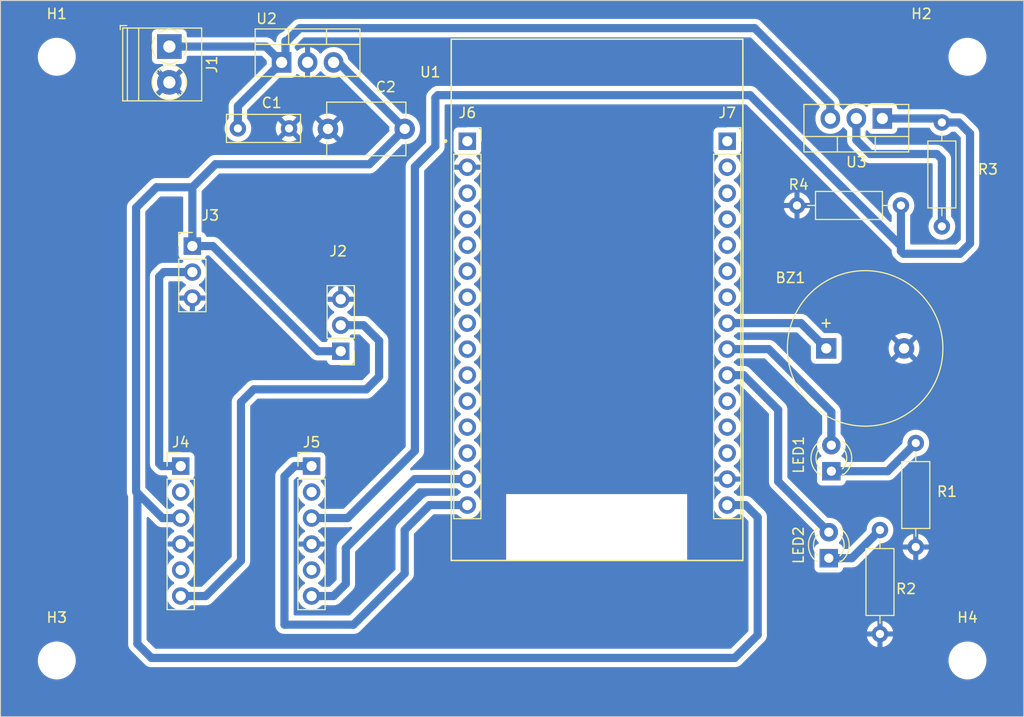
<source format=kicad_pcb>
(kicad_pcb (version 20240108) (generator "pcbnew") (generator_version "8.0")
  (layers (0 "F.Cu" signal) (31 "B.Cu" signal) (34 "B.Paste" user) (35 "F.Paste" user) (36 "B.SilkS" user "B.Silkscreen") (37 "F.SilkS" user "F.Silkscreen") (38 "B.Mask" user) (39 "F.Mask" user) (44 "Edge.Cuts" user))
  (net 0 "")
  (net 1 "Buzzer")
  (net 2 "Earth")
  (net 3 "LED1")
  (net 4 "LED2")
  (net 5 "MQ2 Signal")
  (net 6 "/LED1 K")
  (net 7 "/LED2 K")
  (net 8 "/LM317 Vo")
  (net 9 "+9V")
  (net 10 "IR Signal")
  (net 11 "5V")
  (net 38 "3,3V")
  (net 39 "IR In")
  (net 40 "MQ2 In")
  (footprint "MountingHole:MountingHole_3.2mm_M3" (layer "F.Cu") (at 124.5 35.5)
    (property "Reference" "H2" (at -4.5 -4.2 0) (layer "F.SilkS"))
    (property "Value" "MountingHole")
    (pad "" np_thru_hole circle (at 0 0) (size 3.2 3.2) (drill 3.2) (layers "*.Cu" "*.Mask"))
  )
  (footprint "Resistor_THT:R_Axial_DIN0207_L6.3mm_D2.5mm_P10.16mm_Horizontal" (layer "F.Cu") (at 122 52.08 90)
    (property "Reference" "R3" (at 5.58 4.5 180) (layer "F.SilkS"))
    (property "Value" "1k")
    (fp_line (start 8.35 -1.37) (end 1.81 -1.37) (stroke (width 0.12)) (layer "F.SilkS"))
    (fp_line (start 1.81 -1.37) (end 1.81 1.37) (stroke (width 0.12)) (layer "F.SilkS"))
    (fp_line (start 9.12 0) (end 8.35 0) (stroke (width 0.12)) (layer "F.SilkS"))
    (fp_line (start 1.04 0) (end 1.81 0) (stroke (width 0.12)) (layer "F.SilkS"))
    (fp_line (start 8.35 1.37) (end 8.35 -1.37) (stroke (width 0.12)) (layer "F.SilkS"))
    (fp_line (start 1.81 1.37) (end 8.35 1.37) (stroke (width 0.12)) (layer "F.SilkS"))
    (pad "1" thru_hole circle (at 0 0 90) (size 1.6 1.6) (drill 0.8) (layers "*.Cu" "*.Mask") (net 8 "/LM317 Vo"))
    (pad "2" thru_hole oval (at 10.16 0 90) (size 1.6 1.6) (drill 0.8) (layers "*.Cu" "*.Mask") (net 38 "3,3V"))
  )
  (footprint "Connector_PinSocket_2.54mm:PinSocket_1x15_P2.54mm_Vertical" (layer "F.Cu") (at 101.025 43.75)
    (property "Reference" "J7" (at 0 -2.77 0) (layer "F.SilkS"))
    (property "Value" "Conn_01x15_Socket" (hide yes))
    (fp_line (start -1.33 1.27) (end -1.33 36.89) (stroke (width 0.12)) (layer "F.SilkS"))
    (fp_line (start -1.33 1.27) (end 1.33 1.27) (stroke (width 0.12)) (layer "F.SilkS"))
    (fp_line (start -1.33 36.89) (end 1.33 36.89) (stroke (width 0.12)) (layer "F.SilkS"))
    (fp_line (start 0 -1.33) (end 1.33 -1.33) (stroke (width 0.12)) (layer "F.SilkS"))
    (fp_line (start 1.33 -1.33) (end 1.33 0) (stroke (width 0.12)) (layer "F.SilkS"))
    (fp_line (start 1.33 1.27) (end 1.33 36.89) (stroke (width 0.12)) (layer "F.SilkS"))
    (pad "1" thru_hole rect (at 0 0) (size 1.7 1.7) (drill 1) (layers "*.Cu" "*.Mask"))
    (pad "2" thru_hole oval (at 0 2.54) (size 1.7 1.7) (drill 1) (layers "*.Cu" "*.Mask"))
    (pad "3" thru_hole oval (at 0 5.08) (size 1.7 1.7) (drill 1) (layers "*.Cu" "*.Mask"))
    (pad "4" thru_hole oval (at 0 7.62) (size 1.7 1.7) (drill 1) (layers "*.Cu" "*.Mask"))
    (pad "5" thru_hole oval (at 0 10.16) (size 1.7 1.7) (drill 1) (layers "*.Cu" "*.Mask"))
    (pad "6" thru_hole oval (at 0 12.7) (size 1.7 1.7) (drill 1) (layers "*.Cu" "*.Mask"))
    (pad "7" thru_hole oval (at 0 15.24) (size 1.7 1.7) (drill 1) (layers "*.Cu" "*.Mask"))
    (pad "8" thru_hole oval (at 0 17.78) (size 1.7 1.7) (drill 1) (layers "*.Cu" "*.Mask") (net 1 "Buzzer"))
    (pad "9" thru_hole oval (at 0 20.32) (size 1.7 1.7) (drill 1) (layers "*.Cu" "*.Mask") (net 3 "LED1"))
    (pad "10" thru_hole oval (at 0 22.86) (size 1.7 1.7) (drill 1) (layers "*.Cu" "*.Mask") (net 4 "LED2"))
    (pad "11" thru_hole oval (at 0 25.4) (size 1.7 1.7) (drill 1) (layers "*.Cu" "*.Mask"))
    (pad "12" thru_hole oval (at 0 27.94) (size 1.7 1.7) (drill 1) (layers "*.Cu" "*.Mask"))
    (pad "13" thru_hole oval (at 0 30.48) (size 1.7 1.7) (drill 1) (layers "*.Cu" "*.Mask"))
    (pad "14" thru_hole oval (at 0 33.02) (size 1.7 1.7) (drill 1) (layers "*.Cu" "*.Mask") (net 2 "Earth"))
    (pad "15" thru_hole oval (at 0 35.56) (size 1.7 1.7) (drill 1) (layers "*.Cu" "*.Mask") (net 11 "5V"))
  )
  (footprint "Connector_PinHeader_2.54mm:PinHeader_1x03_P2.54mm_Vertical" (layer "F.Cu") (at 63.25 64.275 180)
    (property "Reference" "J2" (at 0.25 9.775 0) (layer "F.SilkS"))
    (property "Value" "MQ2 Conn")
    (fp_line (start 1.33 1.27) (end 1.33 6.41) (stroke (width 0.12)) (layer "F.SilkS"))
    (fp_line (start -1.33 6.41) (end 1.33 6.41) (stroke (width 0.12)) (layer "F.SilkS"))
    (fp_line (start -1.33 1.27) (end 1.33 1.27) (stroke (width 0.12)) (layer "F.SilkS"))
    (fp_line (start -1.33 1.27) (end -1.33 6.41) (stroke (width 0.12)) (layer "F.SilkS"))
    (fp_line (start -1.33 0) (end -1.33 -1.33) (stroke (width 0.12)) (layer "F.SilkS"))
    (fp_line (start -1.33 -1.33) (end 0 -1.33) (stroke (width 0.12)) (layer "F.SilkS"))
    (pad "1" thru_hole rect (at 0 0 180) (size 1.7 1.7) (drill 1) (layers "*.Cu" "*.Mask") (net 11 "5V"))
    (pad "2" thru_hole oval (at 0 2.54 180) (size 1.7 1.7) (drill 1) (layers "*.Cu" "*.Mask") (net 5 "MQ2 Signal"))
    (pad "3" thru_hole oval (at 0 5.08 180) (size 1.7 1.7) (drill 1) (layers "*.Cu" "*.Mask") (net 2 "Earth"))
  )
  (footprint "TerminalBlock_Phoenix:TerminalBlock_Phoenix_PT-1,5-2-3.5-H_1x02_P3.50mm_Horizontal" (layer "F.Cu") (at 46.5 34.5 -90)
    (property "Reference" "J1" (at 1.75 -4.16 90) (layer "F.SilkS"))
    (property "Value" "Alimentación" (hide yes))
    (fp_line (start -2.05 4.8) (end -1.65 4.8) (stroke (width 0.12)) (layer "F.SilkS"))
    (fp_line (start -1.81 4.56) (end 5.31 4.56) (stroke (width 0.12)) (layer "F.SilkS"))
    (fp_line (start -2.05 4.16) (end -2.05 4.8) (stroke (width 0.12)) (layer "F.SilkS"))
    (fp_line (start -1.81 4.1) (end 5.31 4.1) (stroke (width 0.12)) (layer "F.SilkS"))
    (fp_line (start -1.81 3) (end 5.31 3) (stroke (width 0.12)) (layer "F.SilkS"))
    (fp_line (start 2.525 1.181) (end 2.431 1.274) (stroke (width 0.12)) (layer "F.SilkS"))
    (fp_line (start 2.355 0.941) (end 2.226 1.069) (stroke (width 0.12)) (layer "F.SilkS"))
    (fp_line (start 4.775 -1.069) (end 4.646 -0.941) (stroke (width 0.12)) (layer "F.SilkS"))
    (fp_line (start 4.57 -1.275) (end 4.476 -1.181) (stroke (width 0.12)) (layer "F.SilkS"))
    (fp_line (start -1.81 -3.16) (end -1.81 4.56) (stroke (width 0.12)) (layer "F.SilkS"))
    (fp_line (start -1.81 -3.16) (end 5.31 -3.16) (stroke (width 0.12)) (layer "F.SilkS"))
    (fp_line (start 5.31 -3.16) (end 5.31 4.56) (stroke (width 0.12)) (layer "F.SilkS"))
    (fp_arc (start 0.028674 1.680099) (mid -0.435535 1.622918) (end -0.866 1.44) (stroke (width 0.12)) (layer "F.SilkS"))
    (fp_arc (start 0.890264 1.424721) (mid 0.463071 1.61492) (end 0 1.68) (stroke (width 0.12)) (layer "F.SilkS"))
    (fp_arc (start -1.425358 0.889894) (mid -1.680286 0.014012) (end -1.44 -0.866) (stroke (width 0.12)) (layer "F.SilkS"))
    (fp_arc (start 1.425504 -0.890193) (mid 1.680626 0.000476) (end 1.425 0.891) (stroke (width 0.12)) (layer "F.SilkS"))
    (fp_arc (start -0.889894 -1.425358) (mid -0.014012 -1.680286) (end 0.866 -1.44) (stroke (width 0.12)) (layer "F.SilkS"))
    (fp_circle (center 3.5 0) (end 5.18 0) (stroke (width 0.12)) (fill none) (layer "F.SilkS"))
    (pad "1" thru_hole rect (at 0 0 270) (size 2.4 2.4) (drill 1.2) (layers "*.Cu" "*.Mask") (net 9 "+9V"))
    (pad "2" thru_hole circle (at 3.5 0 270) (size 2.4 2.4) (drill 1.2) (layers "*.Cu" "*.Mask") (net 2 "Earth"))
  )
  (footprint "LED_THT:LED_D3.0mm" (layer "F.Cu") (at 111.2 76 90)
    (property "Reference" "LED1" (at 1.6 -3.2 90) (layer "F.SilkS"))
    (property "Value" "Rojo")
    (fp_line (start -0.29 -1.236) (end -0.29 -1.08) (stroke (width 0.12)) (layer "F.SilkS"))
    (fp_line (start -0.29 1.08) (end -0.29 1.236) (stroke (width 0.12)) (layer "F.SilkS"))
    (fp_arc (start -0.29 -1.235516) (mid 1.366487 -1.987659) (end 2.942335 -1.078608) (stroke (width 0.12)) (layer "F.SilkS"))
    (fp_arc (start 0.229039 -1.08) (mid 1.270117 -1.5) (end 2.31113 -1.079837) (stroke (width 0.12)) (layer "F.SilkS"))
    (fp_arc (start 2.942335 1.078608) (mid 1.366487 1.987659) (end -0.29 1.235516) (stroke (width 0.12)) (layer "F.SilkS"))
    (fp_arc (start 2.31113 1.079837) (mid 1.270117 1.5) (end 0.229039 1.08) (stroke (width 0.12)) (layer "F.SilkS"))
    (pad "1" thru_hole rect (at 0 0 90) (size 1.8 1.8) (drill 0.9) (layers "*.Cu" "*.Mask") (net 6 "/LED1 K"))
    (pad "2" thru_hole circle (at 2.54 0 90) (size 1.8 1.8) (drill 0.9) (layers "*.Cu" "*.Mask") (net 3 "LED1"))
  )
  (footprint "Connector_PinHeader_2.54mm:PinHeader_1x06_P2.54mm_Vertical" (layer "F.Cu") (at 60.4 75.5)
    (property "Reference" "J5" (at 0 -2.33 0) (layer "F.SilkS"))
    (property "Value" "Conn_01x06_Socket" (hide yes))
    (fp_line (start -1.33 -1.33) (end 0 -1.33) (stroke (width 0.12)) (layer "F.SilkS"))
    (fp_line (start -1.33 0) (end -1.33 -1.33) (stroke (width 0.12)) (layer "F.SilkS"))
    (fp_line (start -1.33 1.27) (end -1.33 14.03) (stroke (width 0.12)) (layer "F.SilkS"))
    (fp_line (start -1.33 1.27) (end 1.33 1.27) (stroke (width 0.12)) (layer "F.SilkS"))
    (fp_line (start -1.33 14.03) (end 1.33 14.03) (stroke (width 0.12)) (layer "F.SilkS"))
    (fp_line (start 1.33 1.27) (end 1.33 14.03) (stroke (width 0.12)) (layer "F.SilkS"))
    (pad "1" thru_hole rect (at 0 0) (size 1.7 1.7) (drill 1) (layers "*.Cu" "*.Mask") (net 39 "IR In"))
    (pad "2" thru_hole oval (at 0 2.54) (size 1.7 1.7) (drill 1) (layers "*.Cu" "*.Mask"))
    (pad "3" thru_hole oval (at 0 5.08) (size 1.7 1.7) (drill 1) (layers "*.Cu" "*.Mask") (net 38 "3,3V"))
    (pad "4" thru_hole oval (at 0 7.62) (size 1.7 1.7) (drill 1) (layers "*.Cu" "*.Mask") (net 2 "Earth"))
    (pad "5" thru_hole oval (at 0 10.16) (size 1.7 1.7) (drill 1) (layers "*.Cu" "*.Mask"))
    (pad "6" thru_hole oval (at 0 12.7) (size 1.7 1.7) (drill 1) (layers "*.Cu" "*.Mask") (net 40 "MQ2 In"))
  )
  (footprint "MountingHole:MountingHole_3.2mm_M3" (layer "F.Cu") (at 124.5 94.5)
    (property "Reference" "H4" (at 0 -4.2 0) (layer "F.SilkS"))
    (property "Value" "MountingHole")
    (pad "" np_thru_hole circle (at 0 0) (size 3.2 3.2) (drill 3.2) (layers "*.Cu" "*.Mask"))
  )
  (footprint "Capacitor_THT:C_Disc_D7.0mm_W2.5mm_P5.00mm" (layer "F.Cu") (at 53.2 42.5)
    (property "Reference" "C1" (at 3.3 -2.5 0) (layer "F.SilkS"))
    (property "Value" "0,22uF")
    (fp_line (start -1.12 -1.37) (end -1.12 1.37) (stroke (width 0.12)) (layer "F.SilkS"))
    (fp_line (start -1.12 -1.37) (end 6.12 -1.37) (stroke (width 0.12)) (layer "F.SilkS"))
    (fp_line (start -1.12 1.37) (end 6.12 1.37) (stroke (width 0.12)) (layer "F.SilkS"))
    (fp_line (start 6.12 -1.37) (end 6.12 1.37) (stroke (width 0.12)) (layer "F.SilkS"))
    (pad "1" thru_hole circle (at 0 0) (size 1.6 1.6) (drill 0.8) (layers "*.Cu" "*.Mask") (net 9 "+9V"))
    (pad "2" thru_hole circle (at 5 0) (size 1.6 1.6) (drill 0.8) (layers "*.Cu" "*.Mask") (net 2 "Earth"))
  )
  (footprint "LED_THT:LED_D3.0mm" (layer "F.Cu") (at 110.95 84.5 90)
    (property "Reference" "LED2" (at 1.27 -2.96 90) (layer "F.SilkS"))
    (property "Value" "Verde")
    (fp_line (start -0.29 -1.236) (end -0.29 -1.08) (stroke (width 0.12)) (layer "F.SilkS"))
    (fp_line (start -0.29 1.08) (end -0.29 1.236) (stroke (width 0.12)) (layer "F.SilkS"))
    (fp_arc (start -0.29 -1.235516) (mid 1.366487 -1.987659) (end 2.942335 -1.078608) (stroke (width 0.12)) (layer "F.SilkS"))
    (fp_arc (start 0.229039 -1.08) (mid 1.270117 -1.5) (end 2.31113 -1.079837) (stroke (width 0.12)) (layer "F.SilkS"))
    (fp_arc (start 2.942335 1.078608) (mid 1.366487 1.987659) (end -0.29 1.235516) (stroke (width 0.12)) (layer "F.SilkS"))
    (fp_arc (start 2.31113 1.079837) (mid 1.270117 1.5) (end 0.229039 1.08) (stroke (width 0.12)) (layer "F.SilkS"))
    (pad "1" thru_hole rect (at 0 0 90) (size 1.8 1.8) (drill 0.9) (layers "*.Cu" "*.Mask") (net 7 "/LED2 K"))
    (pad "2" thru_hole circle (at 2.54 0 90) (size 1.8 1.8) (drill 0.9) (layers "*.Cu" "*.Mask") (net 4 "LED2"))
  )
  (footprint "ESP32-DEVKIT-V1:MODULE_ESP32_DEVKIT_V1" (layer "F.Cu") (at 88.325 59.25)
    (property "Reference" "U1" (at -16.325 -22.25 0) (layer "F.SilkS"))
    (property "Value" "ESP32-DEVKIT-V1")
    (fp_line (start -14.28 -25.475) (end -3.211 -25.475) (stroke (width 0.127)) (layer "F.SilkS"))
    (fp_line (start -14.28 -25.475) (end 14.23 -25.475) (stroke (width 0.127)) (layer "F.SilkS"))
    (fp_line (start -14.28 25.475) (end -14.28 -25.475) (stroke (width 0.127)) (layer "F.SilkS"))
    (fp_line (start -14.28 25.475) (end -14.28 -25.475) (stroke (width 0.127)) (layer "F.SilkS"))
    (fp_line (start -14.28 25.475) (end -8.91 25.475) (stroke (width 0.127)) (layer "F.SilkS"))
    (fp_line (start -8.91 25.475) (end 8.78 25.475) (stroke (width 0.127)) (layer "F.SilkS"))
    (fp_line (start -3.211 -25.475) (end 3.5 -25.475) (stroke (width 0.127)) (layer "F.SilkS"))
    (fp_line (start 3.5 -25.475) (end 14.23 -25.475) (stroke (width 0.127)) (layer "F.SilkS"))
    (fp_line (start 8.78 25.475) (end 14.23 25.475) (stroke (width 0.127)) (layer "F.SilkS"))
    (fp_line (start 14.23 -25.475) (end 14.23 25.475) (stroke (width 0.127)) (layer "F.SilkS"))
    (fp_line (start 14.23 -25.475) (end 14.23 25.475) (stroke (width 0.127)) (layer "F.SilkS"))
    (fp_line (start 14.23 25.475) (end -14.28 25.475) (stroke (width 0.127)) (layer "F.SilkS"))
    (fp_circle (center -14.85 -15.515) (end -14.75 -15.515) (stroke (width 0.2)) (fill none) (layer "F.SilkS"))
    (zone (net 0) (net_name "") (layer "B.Cu") (connect_pads (clearance 0)) (min_thickness 0.01)
      (keepout (tracks not_allowed) (vias not_allowed) (pads not_allowed) (copperpour not_allowed) (footprints allowed))
      (fill (thermal_gap 0.508) (thermal_bridge_width 0.508))
      (polygon (pts (xy 79.415 78.235) (xy 97.105 78.235) (xy 97.105 84.725) (xy 79.415 84.725)))
    )
  )
  (footprint "Resistor_THT:R_Axial_DIN0207_L6.3mm_D2.5mm_P10.16mm_Horizontal" (layer "F.Cu") (at 119.45 73.25 -90)
    (property "Reference" "R1" (at 4.75 -3.05 180) (layer "F.SilkS"))
    (property "Value" "115")
    (fp_line (start 1.81 1.37) (end 8.35 1.37) (stroke (width 0.12)) (layer "F.SilkS"))
    (fp_line (start 8.35 1.37) (end 8.35 -1.37) (stroke (width 0.12)) (layer "F.SilkS"))
    (fp_line (start 1.04 0) (end 1.81 0) (stroke (width 0.12)) (layer "F.SilkS"))
    (fp_line (start 9.12 0) (end 8.35 0) (stroke (width 0.12)) (layer "F.SilkS"))
    (fp_line (start 1.81 -1.37) (end 1.81 1.37) (stroke (width 0.12)) (layer "F.SilkS"))
    (fp_line (start 8.35 -1.37) (end 1.81 -1.37) (stroke (width 0.12)) (layer "F.SilkS"))
    (pad "1" thru_hole circle (at 0 0 270) (size 1.6 1.6) (drill 0.8) (layers "*.Cu" "*.Mask") (net 6 "/LED1 K"))
    (pad "2" thru_hole oval (at 10.16 0 270) (size 1.6 1.6) (drill 0.8) (layers "*.Cu" "*.Mask") (net 2 "Earth"))
  )
  (footprint "MountingHole:MountingHole_3.2mm_M3" (layer "F.Cu") (at 35.5 94.5)
    (property "Reference" "H3" (at 0 -4.2 0) (layer "F.SilkS"))
    (property "Value" "MountingHole")
    (pad "" np_thru_hole circle (at 0 0) (size 3.2 3.2) (drill 3.2) (layers "*.Cu" "*.Mask"))
  )
  (footprint "Connector_PinSocket_2.54mm:PinSocket_1x15_P2.54mm_Vertical" (layer "F.Cu") (at 75.625 43.75)
    (property "Reference" "J6" (at 0 -2.77 0) (layer "F.SilkS"))
    (property "Value" "Conn_01x15_Socket" (hide yes))
    (fp_line (start -1.33 1.27) (end -1.33 36.89) (stroke (width 0.12)) (layer "F.SilkS"))
    (fp_line (start -1.33 1.27) (end 1.33 1.27) (stroke (width 0.12)) (layer "F.SilkS"))
    (fp_line (start -1.33 36.89) (end 1.33 36.89) (stroke (width 0.12)) (layer "F.SilkS"))
    (fp_line (start 0 -1.33) (end 1.33 -1.33) (stroke (width 0.12)) (layer "F.SilkS"))
    (fp_line (start 1.33 -1.33) (end 1.33 0) (stroke (width 0.12)) (layer "F.SilkS"))
    (fp_line (start 1.33 1.27) (end 1.33 36.89) (stroke (width 0.12)) (layer "F.SilkS"))
    (pad "1" thru_hole rect (at 0 0) (size 1.7 1.7) (drill 1) (layers "*.Cu" "*.Mask"))
    (pad "2" thru_hole oval (at 0 2.54) (size 1.7 1.7) (drill 1) (layers "*.Cu" "*.Mask") (net 2 "Earth"))
    (pad "3" thru_hole oval (at 0 5.08) (size 1.7 1.7) (drill 1) (layers "*.Cu" "*.Mask"))
    (pad "4" thru_hole oval (at 0 7.62) (size 1.7 1.7) (drill 1) (layers "*.Cu" "*.Mask"))
    (pad "5" thru_hole oval (at 0 10.16) (size 1.7 1.7) (drill 1) (layers "*.Cu" "*.Mask"))
    (pad "6" thru_hole oval (at 0 12.7) (size 1.7 1.7) (drill 1) (layers "*.Cu" "*.Mask"))
    (pad "7" thru_hole oval (at 0 15.24) (size 1.7 1.7) (drill 1) (layers "*.Cu" "*.Mask"))
    (pad "8" thru_hole oval (at 0 17.78) (size 1.7 1.7) (drill 1) (layers "*.Cu" "*.Mask"))
    (pad "9" thru_hole oval (at 0 20.32) (size 1.7 1.7) (drill 1) (layers "*.Cu" "*.Mask"))
    (pad "10" thru_hole oval (at 0 22.86) (size 1.7 1.7) (drill 1) (layers "*.Cu" "*.Mask"))
    (pad "11" thru_hole oval (at 0 25.4) (size 1.7 1.7) (drill 1) (layers "*.Cu" "*.Mask"))
    (pad "12" thru_hole oval (at 0 27.94) (size 1.7 1.7) (drill 1) (layers "*.Cu" "*.Mask"))
    (pad "13" thru_hole oval (at 0 30.48) (size 1.7 1.7) (drill 1) (layers "*.Cu" "*.Mask"))
    (pad "14" thru_hole oval (at 0 33.02) (size 1.7 1.7) (drill 1) (layers "*.Cu" "*.Mask") (net 40 "MQ2 In"))
    (pad "15" thru_hole oval (at 0 35.56) (size 1.7 1.7) (drill 1) (layers "*.Cu" "*.Mask") (net 39 "IR In"))
  )
  (footprint "Package_TO_SOT_THT:TO-220-3_Vertical" (layer "F.Cu") (at 116.18 41.53 180)
    (property "Reference" "U3" (at 2.54 -4.27 0) (layer "F.SilkS"))
    (property "Value" "LM317_TO-220")
    (fp_line (start 7.66 -3.27) (end 7.66 1.371) (stroke (width 0.12)) (layer "F.SilkS"))
    (fp_line (start 4.391 -3.27) (end 4.391 -1.76) (stroke (width 0.12)) (layer "F.SilkS"))
    (fp_line (start 0.69 -3.27) (end 0.69 -1.76) (stroke (width 0.12)) (layer "F.SilkS"))
    (fp_line (start -2.58 1.371) (end 7.66 1.371) (stroke (width 0.12)) (layer "F.SilkS"))
    (fp_line (start -2.58 -1.76) (end 7.66 -1.76) (stroke (width 0.12)) (layer "F.SilkS"))
    (fp_line (start -2.58 -3.27) (end 7.66 -3.27) (stroke (width 0.12)) (layer "F.SilkS"))
    (fp_line (start -2.58 -3.27) (end -2.58 1.371) (stroke (width 0.12)) (layer "F.SilkS"))
    (pad "1" thru_hole rect (at 0 0 180) (size 1.905 2) (drill 1.1) (layers "*.Cu" "*.Mask") (net 38 "3,3V"))
    (pad "2" thru_hole oval (at 2.54 0 180) (size 1.905 2) (drill 1.1) (layers "*.Cu" "*.Mask") (net 8 "/LM317 Vo"))
    (pad "3" thru_hole oval (at 5.08 0 180) (size 1.905 2) (drill 1.1) (layers "*.Cu" "*.Mask") (net 9 "+9V"))
  )
  (footprint "Buzzer_Beeper:Buzzer_15x7.5RM7.6" (layer "F.Cu") (at 110.7 64)
    (property "Reference" "BZ1" (at -3.5 -6.9 180) (layer "F.SilkS"))
    (property "Value" "Buzzer")
    (fp_circle (center 3.8 0) (end 11.4 0) (stroke (width 0.12)) (fill none) (layer "F.SilkS"))
    (fp_text user "+" (at -0.01 -2.54 0) (layer "F.SilkS"))
    (pad "1" thru_hole rect (at 0 0) (size 2 2) (drill 1) (layers "*.Cu" "*.Mask") (net 1 "Buzzer"))
    (pad "2" thru_hole circle (at 7.6 0) (size 2 2) (drill 1) (layers "*.Cu" "*.Mask") (net 2 "Earth"))
  )
  (footprint "Capacitor_THT:C_Disc_D7.5mm_W5.0mm_P7.50mm" (layer "F.Cu") (at 69.5 42.55 180)
    (property "Reference" "C2" (at 1.85 4.1 0) (layer "F.SilkS"))
    (property "Value" "0,1uF, ceramic disc")
    (fp_line (start 7.62 1.256) (end 7.62 2.62) (stroke (width 0.12)) (layer "F.SilkS"))
    (fp_line (start 7.62 -2.62) (end 7.62 -1.256) (stroke (width 0.12)) (layer "F.SilkS"))
    (fp_line (start -0.12 2.62) (end 7.62 2.62) (stroke (width 0.12)) (layer "F.SilkS"))
    (fp_line (start -0.12 1.256) (end -0.12 2.62) (stroke (width 0.12)) (layer "F.SilkS"))
    (fp_line (start -0.12 -2.62) (end 7.62 -2.62) (stroke (width 0.12)) (layer "F.SilkS"))
    (fp_line (start -0.12 -2.62) (end -0.12 -1.256) (stroke (width 0.12)) (layer "F.SilkS"))
    (pad "1" thru_hole circle (at 0 0 180) (size 2 2) (drill 1) (layers "*.Cu" "*.Mask") (net 11 "5V"))
    (pad "2" thru_hole circle (at 7.5 0 180) (size 2 2) (drill 1) (layers "*.Cu" "*.Mask") (net 2 "Earth"))
  )
  (footprint "Resistor_THT:R_Axial_DIN0207_L6.3mm_D2.5mm_P10.16mm_Horizontal" (layer "F.Cu") (at 118 50.03 180)
    (property "Reference" "R4" (at 10 2.03 0) (layer "F.SilkS"))
    (property "Value" "1,64k")
    (fp_line (start 9.12 0) (end 8.35 0) (stroke (width 0.12)) (layer "F.SilkS"))
    (fp_line (start 8.35 1.37) (end 8.35 -1.37) (stroke (width 0.12)) (layer "F.SilkS"))
    (fp_line (start 8.35 -1.37) (end 1.81 -1.37) (stroke (width 0.12)) (layer "F.SilkS"))
    (fp_line (start 1.81 1.37) (end 8.35 1.37) (stroke (width 0.12)) (layer "F.SilkS"))
    (fp_line (start 1.81 -1.37) (end 1.81 1.37) (stroke (width 0.12)) (layer "F.SilkS"))
    (fp_line (start 1.04 0) (end 1.81 0) (stroke (width 0.12)) (layer "F.SilkS"))
    (pad "1" thru_hole circle (at 0 0 180) (size 1.6 1.6) (drill 0.8) (layers "*.Cu" "*.Mask") (net 38 "3,3V"))
    (pad "2" thru_hole oval (at 10.16 0 180) (size 1.6 1.6) (drill 0.8) (layers "*.Cu" "*.Mask") (net 2 "Earth"))
  )
  (footprint "Resistor_THT:R_Axial_DIN0207_L6.3mm_D2.5mm_P10.16mm_Horizontal" (layer "F.Cu") (at 115.95 81.75 -90)
    (property "Reference" "R2" (at 5.75 -2.55 180) (layer "F.SilkS"))
    (property "Value" "100")
    (fp_line (start 1.81 1.37) (end 8.35 1.37) (stroke (width 0.12)) (layer "F.SilkS"))
    (fp_line (start 8.35 1.37) (end 8.35 -1.37) (stroke (width 0.12)) (layer "F.SilkS"))
    (fp_line (start 1.04 0) (end 1.81 0) (stroke (width 0.12)) (layer "F.SilkS"))
    (fp_line (start 9.12 0) (end 8.35 0) (stroke (width 0.12)) (layer "F.SilkS"))
    (fp_line (start 1.81 -1.37) (end 1.81 1.37) (stroke (width 0.12)) (layer "F.SilkS"))
    (fp_line (start 8.35 -1.37) (end 1.81 -1.37) (stroke (width 0.12)) (layer "F.SilkS"))
    (pad "1" thru_hole circle (at 0 0 270) (size 1.6 1.6) (drill 0.8) (layers "*.Cu" "*.Mask") (net 7 "/LED2 K"))
    (pad "2" thru_hole oval (at 10.16 0 270) (size 1.6 1.6) (drill 0.8) (layers "*.Cu" "*.Mask") (net 2 "Earth"))
  )
  (footprint "Connector_PinHeader_2.54mm:PinHeader_1x06_P2.54mm_Vertical" (layer "F.Cu") (at 47.61 75.5)
    (property "Reference" "J4" (at 0 -2.33 0) (layer "F.SilkS"))
    (property "Value" "Conn_01x06_Socket" (hide yes))
    (fp_line (start -1.33 -1.33) (end 0 -1.33) (stroke (width 0.12)) (layer "F.SilkS"))
    (fp_line (start -1.33 0) (end -1.33 -1.33) (stroke (width 0.12)) (layer "F.SilkS"))
    (fp_line (start -1.33 1.27) (end -1.33 14.03) (stroke (width 0.12)) (layer "F.SilkS"))
    (fp_line (start -1.33 1.27) (end 1.33 1.27) (stroke (width 0.12)) (layer "F.SilkS"))
    (fp_line (start -1.33 14.03) (end 1.33 14.03) (stroke (width 0.12)) (layer "F.SilkS"))
    (fp_line (start 1.33 1.27) (end 1.33 14.03) (stroke (width 0.12)) (layer "F.SilkS"))
    (pad "1" thru_hole rect (at 0 0) (size 1.7 1.7) (drill 1) (layers "*.Cu" "*.Mask") (net 10 "IR Signal"))
    (pad "2" thru_hole oval (at 0 2.54) (size 1.7 1.7) (drill 1) (layers "*.Cu" "*.Mask"))
    (pad "3" thru_hole oval (at 0 5.08) (size 1.7 1.7) (drill 1) (layers "*.Cu" "*.Mask") (net 11 "5V"))
    (pad "4" thru_hole oval (at 0 7.62) (size 1.7 1.7) (drill 1) (layers "*.Cu" "*.Mask") (net 2 "Earth"))
    (pad "5" thru_hole oval (at 0 10.16) (size 1.7 1.7) (drill 1) (layers "*.Cu" "*.Mask"))
    (pad "6" thru_hole oval (at 0 12.7) (size 1.7 1.7) (drill 1) (layers "*.Cu" "*.Mask") (net 5 "MQ2 Signal"))
  )
  (footprint "Package_TO_SOT_THT:TO-220-3_Vertical" (layer "F.Cu") (at 57.47 36.05)
    (property "Reference" "U2" (at -1.47 -4.27 0) (layer "F.SilkS"))
    (property "Value" "LM7805_TO220")
    (fp_line (start -2.58 -3.27) (end -2.58 1.371) (stroke (width 0.12)) (layer "F.SilkS"))
    (fp_line (start -2.58 -3.27) (end 7.66 -3.27) (stroke (width 0.12)) (layer "F.SilkS"))
    (fp_line (start -2.58 -1.76) (end 7.66 -1.76) (stroke (width 0.12)) (layer "F.SilkS"))
    (fp_line (start -2.58 1.371) (end 7.66 1.371) (stroke (width 0.12)) (layer "F.SilkS"))
    (fp_line (start 0.69 -3.27) (end 0.69 -1.76) (stroke (width 0.12)) (layer "F.SilkS"))
    (fp_line (start 4.391 -3.27) (end 4.391 -1.76) (stroke (width 0.12)) (layer "F.SilkS"))
    (fp_line (start 7.66 -3.27) (end 7.66 1.371) (stroke (width 0.12)) (layer "F.SilkS"))
    (pad "1" thru_hole rect (at 0 0) (size 1.905 2) (drill 1.1) (layers "*.Cu" "*.Mask") (net 9 "+9V"))
    (pad "2" thru_hole oval (at 2.54 0) (size 1.905 2) (drill 1.1) (layers "*.Cu" "*.Mask") (net 2 "Earth"))
    (pad "3" thru_hole oval (at 5.08 0) (size 1.905 2) (drill 1.1) (layers "*.Cu" "*.Mask") (net 11 "5V"))
  )
  (footprint "MountingHole:MountingHole_3.2mm_M3" (layer "F.Cu") (at 35.5 35.5)
    (property "Reference" "H1" (at 0 -4.2 0) (layer "F.SilkS"))
    (property "Value" "MountingHole")
    (pad "" np_thru_hole circle (at 0 0) (size 3.2 3.2) (drill 3.2) (layers "*.Cu" "*.Mask"))
  )
  (footprint "Connector_PinHeader_2.54mm:PinHeader_1x03_P2.54mm_Vertical" (layer "F.Cu") (at 48.75 54)
    (property "Reference" "J3" (at 1.75 -3 0) (layer "F.SilkS"))
    (property "Value" "IR R Pins")
    (fp_line (start -1.33 -1.33) (end 0 -1.33) (stroke (width 0.12)) (layer "F.SilkS"))
    (fp_line (start -1.33 0) (end -1.33 -1.33) (stroke (width 0.12)) (layer "F.SilkS"))
    (fp_line (start -1.33 1.27) (end -1.33 6.41) (stroke (width 0.12)) (layer "F.SilkS"))
    (fp_line (start -1.33 1.27) (end 1.33 1.27) (stroke (width 0.12)) (layer "F.SilkS"))
    (fp_line (start -1.33 6.41) (end 1.33 6.41) (stroke (width 0.12)) (layer "F.SilkS"))
    (fp_line (start 1.33 1.27) (end 1.33 6.41) (stroke (width 0.12)) (layer "F.SilkS"))
    (pad "1" thru_hole rect (at 0 0) (size 1.7 1.7) (drill 1) (layers "*.Cu" "*.Mask") (net 11 "5V"))
    (pad "2" thru_hole oval (at 0 2.54) (size 1.7 1.7) (drill 1) (layers "*.Cu" "*.Mask") (net 10 "IR Signal"))
    (pad "3" thru_hole oval (at 0 5.08) (size 1.7 1.7) (drill 1) (layers "*.Cu" "*.Mask") (net 2 "Earth"))
  )
  (gr_rect (start 30 30) (end 130 100) (stroke (width 0.1)) (fill none) (layer "Edge.Cuts"))
  (segment (start 101.025 61.53) (end 108.23 61.53) (width 0.8) (layer "B.Cu") (net 1))
  (segment (start 108.23 61.53) (end 110.7 64) (width 0.8) (layer "B.Cu") (net 1))
  (segment (start 101.025 64.07) (end 105.07 64.07) (width 0.8) (layer "B.Cu") (net 3))
  (segment (start 105.07 64.07) (end 111.2 70.2) (width 0.8) (layer "B.Cu") (net 3))
  (segment (start 111.2 70.2) (end 111.2 73.46) (width 0.8) (layer "B.Cu") (net 3))
  (segment (start 106 77.01) (end 110.95 81.96) (width 0.8) (layer "B.Cu") (net 4))
  (segment (start 106 70) (end 106 77.01) (width 0.8) (layer "B.Cu") (net 4))
  (segment (start 102.61 66.61) (end 106 70) (width 0.8) (layer "B.Cu") (net 4))
  (segment (start 101.025 66.61) (end 102.61 66.61) (width 0.8) (layer "B.Cu") (net 4))
  (segment (start 67 66.75) (end 65.75 68) (width 0.8) (layer "B.Cu") (net 5))
  (segment (start 53.5 84.75) (end 50.05 88.2) (width 0.8) (layer "B.Cu") (net 5))
  (segment (start 54.75 68) (end 53.5 69.25) (width 0.8) (layer "B.Cu") (net 5))
  (segment (start 65.75 68) (end 54.75 68) (width 0.8) (layer "B.Cu") (net 5))
  (segment (start 50.05 88.2) (end 47.61 88.2) (width 0.8) (layer "B.Cu") (net 5))
  (segment (start 53.5 69.25) (end 53.5 84.75) (width 0.8) (layer "B.Cu") (net 5))
  (segment (start 63.25 61.735) (end 65.485 61.735) (width 0.8) (layer "B.Cu") (net 5))
  (segment (start 65.485 61.735) (end 67 63.25) (width 0.8) (layer "B.Cu") (net 5))
  (segment (start 67 63.25) (end 67 66.75) (width 0.8) (layer "B.Cu") (net 5))
  (segment (start 116.7 76) (end 119.45 73.25) (width 0.8) (layer "B.Cu") (net 6))
  (segment (start 111.2 76) (end 116.7 76) (width 0.8) (layer "B.Cu") (net 6))
  (segment (start 113.2 84.5) (end 115.95 81.75) (width 0.8) (layer "B.Cu") (net 7))
  (segment (start 110.95 84.5) (end 113.2 84.5) (width 0.8) (layer "B.Cu") (net 7))
  (segment (start 121.5 45) (end 115 45) (width 0.8) (layer "B.Cu") (net 8))
  (segment (start 122 45.5) (end 121.5 45) (width 0.8) (layer "B.Cu") (net 8))
  (segment (start 113.64 43.64) (end 113.64 41.53) (width 0.8) (layer "B.Cu") (net 8))
  (segment (start 122 52.08) (end 122 45.5) (width 0.8) (layer "B.Cu") (net 8))
  (segment (start 115 45) (end 113.64 43.64) (width 0.8) (layer "B.Cu") (net 8))
  (segment (start 53.2 40.32) (end 57.47 36.05) (width 0.8) (layer "B.Cu") (net 9))
  (segment (start 103.7 32.7) (end 111.1 40.1) (width 0.8) (layer "B.Cu") (net 9))
  (segment (start 53.2 42.5) (end 53.2 40.32) (width 0.8) (layer "B.Cu") (net 9))
  (segment (start 111.1 40.1) (end 111.1 41.53) (width 0.8) (layer "B.Cu") (net 9))
  (segment (start 57.47 36.05) (end 57.85 35.67) (width 0.8) (layer "B.Cu") (net 9))
  (segment (start 57.85 35.67) (end 57.85 33.95) (width 0.8) (layer "B.Cu") (net 9))
  (segment (start 46.5 34.5) (end 55.92 34.5) (width 0.8) (layer "B.Cu") (net 9))
  (segment (start 111.1 41.53) (end 111.07 41.5) (width 0.8) (layer "B.Cu") (net 9))
  (segment (start 55.92 34.5) (end 57.47 36.05) (width 0.8) (layer "B.Cu") (net 9))
  (segment (start 58 33.95) (end 59.25 32.7) (width 0.8) (layer "B.Cu") (net 9))
  (segment (start 57.85 33.95) (end 58 33.95) (width 0.8) (layer "B.Cu") (net 9))
  (segment (start 59.25 32.7) (end 103.7 32.7) (width 0.8) (layer "B.Cu") (net 9))
  (segment (start 45.5 75.25) (end 45.75 75.5) (width 0.8) (layer "B.Cu") (net 10))
  (segment (start 48.75 56.54) (end 45.96 56.54) (width 0.8) (layer "B.Cu") (net 10))
  (segment (start 45.96 56.54) (end 45.5 57) (width 0.8) (layer "B.Cu") (net 10))
  (segment (start 45.5 57) (end 45.5 75.25) (width 0.8) (layer "B.Cu") (net 10))
  (segment (start 45.75 75.5) (end 47.61 75.5) (width 0.8) (layer "B.Cu") (net 10))
  (segment (start 48.75 48.25) (end 45.25 48.25) (width 0.8) (layer "B.Cu") (net 11))
  (segment (start 50.75 54) (end 48.75 54) (width 0.8) (layer "B.Cu") (net 11))
  (segment (start 104 80.5) (end 102.81 79.31) (width 0.8) (layer "B.Cu") (net 11))
  (segment (start 69.5 42.55) (end 63 36.05) (width 0.8) (layer "B.Cu") (net 11))
  (segment (start 51 46) (end 49 48) (width 0.8) (layer "B.Cu") (net 11))
  (segment (start 44.75 94.25) (end 101.75 94.25) (width 0.8) (layer "B.Cu") (net 11))
  (segment (start 61.025 64.275) (end 50.75 54) (width 0.8) (layer "B.Cu") (net 11))
  (segment (start 101.75 94.25) (end 104 92) (width 0.8) (layer "B.Cu") (net 11))
  (segment (start 48.75 48.25) (end 48.75 54) (width 0.8) (layer "B.Cu") (net 11))
  (segment (start 49 48) (end 48.75 48.25) (width 0.8) (layer "B.Cu") (net 11))
  (segment (start 43.375 92.875) (end 44.75 94.25) (width 0.8) (layer "B.Cu") (net 11))
  (segment (start 45.83 80.58) (end 47.61 80.58) (width 0.8) (layer "B.Cu") (net 11))
  (segment (start 66.05 46) (end 51 46) (width 0.8) (layer "B.Cu") (net 11))
  (segment (start 104 92) (end 104 80.5) (width 0.8) (layer "B.Cu") (net 11))
  (segment (start 69.5 42.55) (end 66.05 46) (width 0.8) (layer "B.Cu") (net 11))
  (segment (start 43.25 78) (end 45.83 80.58) (width 0.8) (layer "B.Cu") (net 11))
  (segment (start 63 36.05) (end 62.55 36.05) (width 0.8) (layer "B.Cu") (net 11))
  (segment (start 43.375 78.125) (end 43.375 92.875) (width 0.8) (layer "B.Cu") (net 11))
  (segment (start 63.25 64.275) (end 61.025 64.275) (width 0.8) (layer "B.Cu") (net 11))
  (segment (start 43.25 78) (end 43.375 78.125) (width 0.8) (layer "B.Cu") (net 11))
  (segment (start 45.25 48.25) (end 43.25 50.25) (width 0.8) (layer "B.Cu") (net 11))
  (segment (start 102.81 79.31) (end 101.025 79.31) (width 0.8) (layer "B.Cu") (net 11))
  (segment (start 43.25 50.25) (end 43.25 78) (width 0.8) (layer "B.Cu") (net 11))
  (segment (start 121.61 41.53) (end 122 41.92) (width 0.8) (layer "B.Cu") (net 38))
  (segment (start 118 54) (end 103.25 39.25) (width 0.8) (layer "B.Cu") (net 38))
  (segment (start 124.75 53.75) (end 123.75 54.75) (width 0.8) (layer "B.Cu") (net 38))
  (segment (start 123.75 54.75) (end 118.25 54.75) (width 0.8) (layer "B.Cu") (net 38))
  (segment (start 63.92 80.58) (end 60.4 80.58) (width 0.8) (layer "B.Cu") (net 38))
  (segment (start 118 54) (end 118 50.03) (width 0.8) (layer "B.Cu") (net 38))
  (segment (start 72.5 39.5) (end 72.5 44.25) (width 0.8) (layer "B.Cu") (net 38))
  (segment (start 70.5 46.25) (end 70.5 74) (width 0.8) (layer "B.Cu") (net 38))
  (segment (start 70.5 74) (end 63.92 80.58) (width 0.8) (layer "B.Cu") (net 38))
  (segment (start 118.25 54.75) (end 118 54.5) (width 0.8) (layer "B.Cu") (net 38))
  (segment (start 124.75 43) (end 124.75 53.75) (width 0.8) (layer "B.Cu") (net 38))
  (segment (start 72.5 44.25) (end 70.5 46.25) (width 0.8) (layer "B.Cu") (net 38))
  (segment (start 122 41.92) (end 123.67 41.92) (width 0.8) (layer "B.Cu") (net 38))
  (segment (start 116.18 41.53) (end 121.61 41.53) (width 0.8) (layer "B.Cu") (net 38))
  (segment (start 72.75 39.25) (end 72.5 39.5) (width 0.8) (layer "B.Cu") (net 38))
  (segment (start 123.67 41.92) (end 124.75 43) (width 0.8) (layer "B.Cu") (net 38))
  (segment (start 103.25 39.25) (end 72.75 39.25) (width 0.8) (layer "B.Cu") (net 38))
  (segment (start 118 54.5) (end 118 54) (width 0.8) (layer "B.Cu") (net 38))
  (segment (start 69.5 81.75) (end 71.94 79.31) (width 0.8) (layer "B.Cu") (net 39))
  (segment (start 71.94 79.31) (end 75.625 79.31) (width 0.8) (layer "B.Cu") (net 39))
  (segment (start 69.5 86) (end 69.5 81.75) (width 0.8) (layer "B.Cu") (net 39))
  (segment (start 64.5 91) (end 69.5 86) (width 0.8) (layer "B.Cu") (net 39))
  (segment (start 57.75 76.5) (end 57.75 91) (width 0.8) (layer "B.Cu") (net 39))
  (segment (start 57.75 91) (end 64.5 91) (width 0.8) (layer "B.Cu") (net 39))
  (segment (start 58.75 75.5) (end 57.75 76.5) (width 0.8) (layer "B.Cu") (net 39))
  (segment (start 60.4 75.5) (end 58.75 75.5) (width 0.8) (layer "B.Cu") (net 39))
  (segment (start 60.4 88.2) (end 62.55 88.2) (width 0.8) (layer "B.Cu") (net 40))
  (segment (start 63.75 83.5) (end 70.48 76.77) (width 0.8) (layer "B.Cu") (net 40))
  (segment (start 63.75 87) (end 63.75 83.5) (width 0.8) (layer "B.Cu") (net 40))
  (segment (start 70.48 76.77) (end 75.625 76.77) (width 0.8) (layer "B.Cu") (net 40))
  (segment (start 62.55 88.2) (end 63.75 87) (width 0.8) (layer "B.Cu") (net 40))
  (zone (net 2) (net_name "Earth") (layer "B.Cu") (connect_pads (clearance 0.5)) (min_thickness 0.25) (fill yes (thermal_gap 0.5) (thermal_bridge_width 0.5) (island_removal_mode 1) (island_area_min 10))
    (polygon (pts (xy 130 100) (xy 130 30) (xy 30 30) (xy 30 100)))
  )
)
</source>
